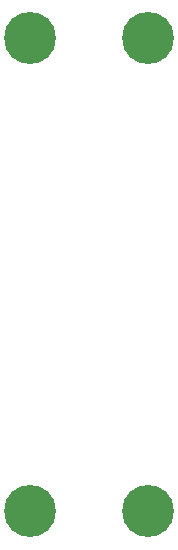
<source format=gbl>
%TF.GenerationSoftware,KiCad,Pcbnew,8.0.8*%
%TF.CreationDate,2025-01-29T16:56:40+00:00*%
%TF.ProjectId,ec30_1x4_l3r3_mh_0.1,65633330-5f31-4783-945f-6c3372335f6d,v0.1*%
%TF.SameCoordinates,PX8d24d00PY36d6160*%
%TF.FileFunction,Copper,L4,Bot*%
%TF.FilePolarity,Positive*%
%FSLAX46Y46*%
G04 Gerber Fmt 4.6, Leading zero omitted, Abs format (unit mm)*
G04 Created by KiCad (PCBNEW 8.0.8) date 2025-01-29 16:56:40*
%MOMM*%
%LPD*%
G01*
G04 APERTURE LIST*
%TA.AperFunction,ComponentPad*%
%ADD10C,4.400000*%
%TD*%
%TA.AperFunction,FiducialPad,Local*%
%ADD11C,4.400000*%
%TD*%
G04 APERTURE END LIST*
D10*
%TO.P,MH4,MH4,MH4*%
%TO.N,GND*%
X5000000Y-20000001D03*
%TD*%
D11*
%TO.P,MH1,MH1,MH1*%
%TO.N,JD_DATA*%
X-5000000Y20000000D03*
%TD*%
D10*
%TO.P,MH3,MH3,MH3*%
%TO.N,JD_PWR*%
X-5000000Y-20000000D03*
%TD*%
%TO.P,MH2,MH2,MH2*%
%TO.N,GND*%
X5000000Y20000000D03*
%TD*%
M02*

</source>
